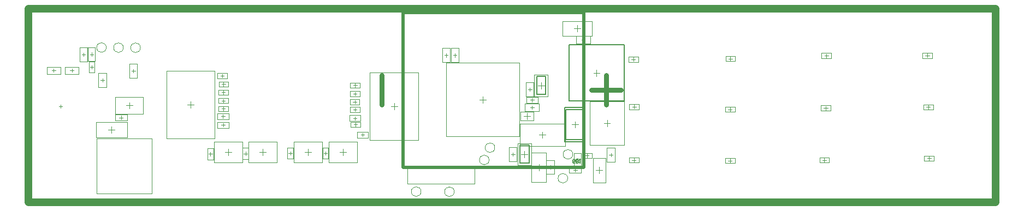
<source format=gbo>
G04*
G04 #@! TF.GenerationSoftware,Altium Limited,CircuitMaker,2.3.0 (2.3.0.3)*
G04*
G04 Layer_Color=13813960*
%FSLAX24Y24*%
%MOIN*%
G70*
G04*
G04 #@! TF.SameCoordinates,DC51E294-6E65-4D61-95AE-3FB6185F5068*
G04*
G04*
G04 #@! TF.FilePolarity,Positive*
G04*
G01*
G75*
%ADD11C,0.0039*%
%ADD13C,0.0100*%
%ADD14C,0.0050*%
%ADD15C,0.0079*%
%ADD16C,0.0059*%
%ADD18C,0.0472*%
%ADD19C,0.0020*%
%ADD99C,0.0200*%
%ADD100C,0.0300*%
D11*
X4197Y3888D02*
X7544D01*
Y542D02*
Y3888D01*
X4197Y542D02*
X7544D01*
X4197D02*
Y3888D01*
X26015Y640D02*
G03*
X26015Y640I-295J0D01*
G01*
X33251Y2925D02*
G03*
X33251Y2925I-295J0D01*
G01*
X5818Y9449D02*
G03*
X5818Y9449I-295J0D01*
G01*
X6859Y9444D02*
G03*
X6859Y9444I-295J0D01*
G01*
X4780Y9454D02*
G03*
X4780Y9454I-295J0D01*
G01*
X28144Y2582D02*
G03*
X28144Y2582I-295J0D01*
G01*
X28494Y3332D02*
G03*
X28494Y3332I-295J0D01*
G01*
X32941Y1465D02*
G03*
X32941Y1465I-295J0D01*
G01*
X23988Y649D02*
G03*
X23988Y649I-295J0D01*
G01*
X4542Y7346D02*
Y7563D01*
X4434Y7455D02*
X4651D01*
X35147Y4818D02*
X35541D01*
X35344Y4621D02*
Y5015D01*
X19835Y6135D02*
X20051D01*
X19943Y6027D02*
Y6243D01*
X5983Y5913D02*
X6377D01*
X6180Y5717D02*
Y6110D01*
X14134Y3066D02*
X14528D01*
X14331Y2869D02*
Y3263D01*
X23154Y1127D02*
X27249D01*
Y2229D01*
X23154D02*
X27249D01*
X23154Y1127D02*
Y2229D01*
X27562Y6272D02*
X27956D01*
X27759Y6075D02*
Y6469D01*
X1573Y7947D02*
Y8163D01*
X1465Y8055D02*
X1681D01*
X2676Y7947D02*
Y8163D01*
X2567Y8055D02*
X2784D01*
X19965Y5027D02*
Y5243D01*
X19857Y5135D02*
X20074D01*
X20426Y4012D02*
Y4228D01*
X20317Y4120D02*
X20534D01*
X18047Y2987D02*
X18264D01*
X18155Y2879D02*
Y3095D01*
X15908Y3001D02*
X16125D01*
X16017Y2893D02*
Y3109D01*
X13173Y2978D02*
X13390D01*
X13281Y2870D02*
Y3087D01*
X11029Y2946D02*
X11246D01*
X11138Y2838D02*
Y3054D01*
X19218Y2866D02*
Y3260D01*
X19021Y3063D02*
X19414D01*
X17093Y2863D02*
Y3257D01*
X16897Y3060D02*
X17290D01*
X12228Y2865D02*
Y3259D01*
X12032Y3062D02*
X12425D01*
X11904Y5137D02*
Y5353D01*
X11796Y5245D02*
X12012D01*
X11909Y4612D02*
Y4829D01*
X11801Y4720D02*
X12017D01*
X22351Y5661D02*
Y6055D01*
X22154Y5858D02*
X22548D01*
X20874Y7925D02*
X23827D01*
X20874Y3791D02*
X23827D01*
X20874D02*
Y7925D01*
X23827Y3791D02*
Y7925D01*
X9922Y5775D02*
Y6169D01*
X9725Y5972D02*
X10119D01*
X8445Y3905D02*
X11398D01*
X8445Y8039D02*
X11398D01*
Y3905D02*
Y8039D01*
X8445Y3905D02*
Y8039D01*
X29492Y2925D02*
X29709D01*
X29600Y2816D02*
Y3033D01*
X30300Y2738D02*
Y3131D01*
X30104Y2935D02*
X30497D01*
X31876Y2037D02*
Y2253D01*
X31767Y2145D02*
X31984D01*
X30979Y2125D02*
X31373D01*
X31176Y1928D02*
Y2322D01*
X33278Y1975D02*
X33514D01*
X33396Y1857D02*
Y2093D01*
X36983Y2452D02*
Y2688D01*
X36865Y2570D02*
X37101D01*
X33546Y2487D02*
Y2703D01*
X33437Y2595D02*
X33654D01*
X34007Y2845D02*
X34224D01*
X34116Y2737D02*
Y2953D01*
X34870Y1754D02*
Y2148D01*
X34673Y1951D02*
X35067D01*
X35576Y2786D02*
Y3002D01*
X35467Y2894D02*
X35684D01*
X33189Y4745D02*
X33583D01*
X33386Y4548D02*
Y4942D01*
X33536Y10418D02*
Y10812D01*
X33339Y10615D02*
X33733D01*
X37001Y5712D02*
Y5948D01*
X36883Y5830D02*
X37119D01*
X36956Y8617D02*
Y8853D01*
X36838Y8735D02*
X37074D01*
X42871Y8652D02*
Y8888D01*
X42753Y8770D02*
X42989D01*
X42849Y2426D02*
Y2662D01*
X42731Y2544D02*
X42967D01*
X42735Y5675D02*
X42972D01*
X42853Y5557D02*
Y5793D01*
X48690Y5642D02*
Y5878D01*
X48572Y5760D02*
X48809D01*
X48728Y8837D02*
Y9073D01*
X48610Y8955D02*
X48846D01*
X48606Y2457D02*
Y2693D01*
X48488Y2575D02*
X48724D01*
X54878Y2685D02*
X55114D01*
X54996Y2567D02*
Y2803D01*
X54835Y5815D02*
X55072D01*
X54953Y5697D02*
Y5933D01*
X54893Y8847D02*
Y9083D01*
X54775Y8965D02*
X55012D01*
X33791Y9923D02*
X34007D01*
X33899Y9815D02*
Y10032D01*
X34509Y7905D02*
X34903D01*
X34706Y7708D02*
Y8102D01*
X26066Y8877D02*
Y9093D01*
X25957Y8985D02*
X26174D01*
X11823Y6713D02*
X12040D01*
X11932Y6605D02*
Y6822D01*
X11832Y7213D02*
X12049D01*
X11940Y7105D02*
Y7322D01*
X11810Y5715D02*
X12026D01*
X11918Y5607D02*
Y5823D01*
X11812Y6203D02*
X12029D01*
X11921Y6094D02*
Y6311D01*
X11748Y7734D02*
X11964D01*
X11856Y7625D02*
Y7842D01*
X30259Y5252D02*
X30653D01*
X30456Y5055D02*
Y5448D01*
X19847Y6625D02*
X20063D01*
X19955Y6517D02*
Y6733D01*
X19845Y5665D02*
X20062D01*
X19953Y5557D02*
Y5773D01*
X5570Y5175D02*
X5806D01*
X5688Y5057D02*
Y5293D01*
X3886Y8930D02*
Y9146D01*
X3777Y9038D02*
X3994D01*
X30769Y6144D02*
Y6361D01*
X30661Y6252D02*
X30877D01*
X3778Y8265D02*
X3994D01*
X3886Y8157D02*
Y8373D01*
X19859Y7149D02*
X20076D01*
X19968Y7040D02*
Y7257D01*
X30531Y6902D02*
X30747D01*
X30639Y6794D02*
Y7011D01*
X6326Y8027D02*
X6542D01*
X6434Y7918D02*
Y8135D01*
X3396Y8927D02*
Y9143D01*
X3287Y9035D02*
X3504D01*
X31319Y6941D02*
Y7335D01*
X31122Y7138D02*
X31516D01*
X19877Y4750D02*
X20094D01*
X19985Y4642D02*
Y4858D01*
X25417Y8986D02*
X25634D01*
X25526Y8878D02*
Y9094D01*
X30768Y5694D02*
Y5911D01*
X30660Y5802D02*
X30876D01*
X5100Y4228D02*
Y4622D01*
X4904Y4425D02*
X5297D01*
D13*
X22887Y11584D02*
X33911D01*
Y2135D02*
Y11584D01*
X22887Y2135D02*
X33911D01*
X22887D02*
Y11584D01*
D14*
X33386Y2441D02*
X33352Y2406D01*
X33283D01*
X33248Y2441D01*
Y2578D01*
X33283Y2612D01*
X33352D01*
X33386Y2578D01*
Y2509D01*
X33317D01*
X33455Y2406D02*
Y2612D01*
X33558D01*
X33592Y2578D01*
Y2544D01*
X33558Y2509D01*
X33455D01*
X33558D01*
X33592Y2475D01*
Y2441D01*
X33558Y2406D01*
X33455D01*
X33661Y2612D02*
X33730D01*
X33695D01*
Y2406D01*
X33661Y2441D01*
X33033Y6192D02*
X36379D01*
X33033Y9618D02*
X36379D01*
X33033Y6192D02*
Y9618D01*
X36379Y6192D02*
Y9618D01*
D15*
X32772Y3695D02*
X34000D01*
Y5795D01*
X32772D02*
X34000D01*
X32772Y3695D02*
Y5795D01*
D16*
X30576Y2385D02*
Y3485D01*
X30025Y2385D02*
X30576D01*
X30025D02*
Y3485D01*
X30576D01*
X31044Y6588D02*
Y7688D01*
X31595D01*
Y6588D02*
Y7688D01*
X31044Y6588D02*
X31595D01*
X32811Y3839D02*
X33961D01*
Y5650D01*
X32811D02*
X33961D01*
X32811Y3839D02*
Y5650D01*
D18*
X16Y5D02*
Y11825D01*
X59066D01*
Y5D02*
Y11825D01*
X16Y5D02*
X59066D01*
D19*
X4306Y7022D02*
X4779D01*
X4306Y7888D02*
X4779D01*
X4306Y7022D02*
Y7888D01*
X4779Y7022D02*
Y7888D01*
X36388Y3480D02*
Y6157D01*
X34301Y3480D02*
Y6157D01*
X36388D01*
X34301Y3480D02*
X36388D01*
X19648Y5977D02*
Y6292D01*
X20238Y5977D02*
Y6292D01*
X19648D02*
X20238D01*
X19648Y5977D02*
X20238D01*
X5334Y5402D02*
Y6425D01*
X7027Y5402D02*
Y6425D01*
X5334D02*
X7027D01*
X5334Y5402D02*
X7027D01*
X13465Y2436D02*
Y3696D01*
X15197Y2436D02*
Y3696D01*
X13465D02*
X15197D01*
X13465Y2436D02*
X15197D01*
X30003Y4028D02*
Y8516D01*
X25515Y4028D02*
Y8516D01*
Y4028D02*
X30003D01*
X25515Y8516D02*
X30003D01*
X1160Y7838D02*
X1987D01*
X1160Y8271D02*
X1987D01*
Y7838D02*
Y8271D01*
X1160Y7838D02*
Y8271D01*
X2262Y8271D02*
X3089D01*
X2262Y7838D02*
X3089D01*
X2262D02*
Y8271D01*
X3089Y7838D02*
Y8271D01*
X19623Y4958D02*
X20307D01*
X19623Y5312D02*
X20307D01*
Y4958D02*
Y5312D01*
X19623Y4958D02*
Y5312D01*
X20084Y3943D02*
X20768D01*
X20084Y4297D02*
X20768D01*
Y3943D02*
Y4297D01*
X20084Y3943D02*
Y4297D01*
X18333Y2645D02*
Y3329D01*
X17978Y2645D02*
Y3329D01*
X18333D01*
X17978Y2645D02*
X18333D01*
X16194Y2659D02*
Y3343D01*
X15840Y2659D02*
Y3343D01*
X16194D01*
X15840Y2659D02*
X16194D01*
X13459Y2637D02*
Y3320D01*
X13104Y2637D02*
Y3320D01*
X13459D01*
X13104Y2637D02*
X13459D01*
X11315Y2604D02*
Y3288D01*
X10961Y2604D02*
Y3288D01*
X11315D01*
X10961Y2604D02*
X11315D01*
X18351Y2433D02*
X20084D01*
X18351Y3693D02*
X20084D01*
Y2433D02*
Y3693D01*
X18351Y2433D02*
Y3693D01*
X16227Y2430D02*
X17960D01*
X16227Y3690D02*
X17960D01*
Y2430D02*
Y3690D01*
X16227Y2430D02*
Y3690D01*
X11362Y2432D02*
X13094D01*
X11362Y3692D02*
X13094D01*
Y2432D02*
Y3692D01*
X11362Y2432D02*
Y3692D01*
X11562Y5422D02*
X12246D01*
X11562Y5068D02*
X12246D01*
X11562D02*
Y5422D01*
X12246Y5068D02*
Y5422D01*
X11567Y4897D02*
X12251D01*
X11567Y4543D02*
X12251D01*
X11567D02*
Y4897D01*
X12251Y4543D02*
Y4897D01*
X31201Y4113D02*
X31595D01*
X31398Y3916D02*
Y4310D01*
X32776Y3444D02*
Y4782D01*
X30020D02*
X32776D01*
X30020Y3444D02*
Y4782D01*
Y3444D02*
X32776D01*
X29364Y2492D02*
Y3358D01*
X29837Y2492D02*
Y3358D01*
X29364Y2492D02*
X29837D01*
X29364Y3358D02*
X29837D01*
X29887Y3604D02*
X30714D01*
X29887Y2265D02*
X30714D01*
Y3604D01*
X29887Y2265D02*
Y3604D01*
X31640Y2578D02*
X32112D01*
X31640Y1712D02*
X32112D01*
Y2578D01*
X31640Y1712D02*
Y2578D01*
X30723Y1219D02*
Y3030D01*
X31628Y1219D02*
Y3030D01*
X30723Y1219D02*
X31628D01*
X30723Y3030D02*
X31628D01*
X33750Y1798D02*
Y2152D01*
X33041Y1798D02*
Y2152D01*
Y1798D02*
X33750D01*
X33041Y2152D02*
X33750D01*
X36688Y2412D02*
X37279D01*
X36688Y2727D02*
X37279D01*
Y2412D02*
Y2727D01*
X36688Y2412D02*
Y2727D01*
X33329Y2182D02*
X33762D01*
X33329Y3008D02*
X33762D01*
X33329Y2182D02*
Y3008D01*
X33762Y2182D02*
Y3008D01*
X33820Y2687D02*
Y3002D01*
X34411Y2687D02*
Y3002D01*
X33820D02*
X34411D01*
X33820Y2687D02*
X34411D01*
X34496Y1203D02*
X35244D01*
X34496Y2699D02*
X35244D01*
X34496Y1203D02*
Y2699D01*
X35244Y1203D02*
Y2699D01*
X35340Y2461D02*
X35812D01*
X35340Y3327D02*
X35812D01*
X35340Y2461D02*
Y3327D01*
X35812Y2461D02*
Y3327D01*
X32630Y11068D02*
X34441D01*
X32630Y10162D02*
X34441D01*
X32630D02*
Y11068D01*
X34441Y10162D02*
Y11068D01*
X36706Y5672D02*
X37296D01*
X36706Y5987D02*
X37296D01*
Y5672D02*
Y5987D01*
X36706Y5672D02*
Y5987D01*
X36660Y8577D02*
X37251D01*
X36660Y8892D02*
X37251D01*
Y8577D02*
Y8892D01*
X36660Y8577D02*
Y8892D01*
X42576Y8612D02*
X43166D01*
X42576Y8927D02*
X43166D01*
Y8612D02*
Y8927D01*
X42576Y8612D02*
Y8927D01*
X42553Y2387D02*
X43144D01*
X42553Y2702D02*
X43144D01*
Y2387D02*
Y2702D01*
X42553Y2387D02*
Y2702D01*
X42558Y5517D02*
Y5832D01*
X43149Y5517D02*
Y5832D01*
X42558D02*
X43149D01*
X42558Y5517D02*
X43149D01*
X48395Y5602D02*
X48986D01*
X48395Y5917D02*
X48986D01*
Y5602D02*
Y5917D01*
X48395Y5602D02*
Y5917D01*
X48433Y8797D02*
X49023D01*
X48433Y9112D02*
X49023D01*
Y8797D02*
Y9112D01*
X48433Y8797D02*
Y9112D01*
X48310Y2417D02*
X48901D01*
X48310Y2732D02*
X48901D01*
Y2417D02*
Y2732D01*
X48310Y2417D02*
Y2732D01*
X54700Y2527D02*
Y2842D01*
X55291Y2527D02*
Y2842D01*
X54700D02*
X55291D01*
X54700Y2527D02*
X55291D01*
X54658Y5657D02*
Y5972D01*
X55249Y5657D02*
Y5972D01*
X54658D02*
X55249D01*
X54658Y5657D02*
X55249D01*
X54598Y8807D02*
X55189D01*
X54598Y9122D02*
X55189D01*
Y8807D02*
Y9122D01*
X54598Y8807D02*
Y9122D01*
X34332Y9687D02*
Y10160D01*
X33466Y9687D02*
Y10160D01*
Y9687D02*
X34332D01*
X33466Y10160D02*
X34332D01*
X25830Y9418D02*
X26302D01*
X25830Y8552D02*
X26302D01*
Y9418D01*
X25830Y8552D02*
Y9418D01*
X12227Y6556D02*
Y6871D01*
X11636Y6556D02*
Y6871D01*
Y6556D02*
X12227D01*
X11636Y6871D02*
X12227D01*
X12236Y7056D02*
Y7371D01*
X11645Y7056D02*
Y7371D01*
Y7056D02*
X12236D01*
X11645Y7371D02*
X12236D01*
X12213Y5557D02*
Y5872D01*
X11623Y5557D02*
Y5872D01*
Y5557D02*
X12213D01*
X11623Y5872D02*
X12213D01*
X12216Y6045D02*
Y6360D01*
X11625Y6045D02*
Y6360D01*
Y6045D02*
X12216D01*
X11625Y6360D02*
X12216D01*
X12151Y7576D02*
Y7891D01*
X11561Y7576D02*
Y7891D01*
Y7576D02*
X12151D01*
X11561Y7891D02*
X12151D01*
X30860Y4986D02*
Y5517D01*
X30052Y4986D02*
Y5517D01*
Y4986D02*
X30860D01*
X30052Y5517D02*
X30860D01*
X19660Y6467D02*
Y6782D01*
X20250Y6467D02*
Y6782D01*
X19660D02*
X20250D01*
X19660Y6467D02*
X20250D01*
X19658Y5507D02*
Y5822D01*
X20249Y5507D02*
Y5822D01*
X19658D02*
X20249D01*
X19658Y5507D02*
X20249D01*
X6042Y4998D02*
Y5352D01*
X5333Y4998D02*
Y5352D01*
Y4998D02*
X6042D01*
X5333Y5352D02*
X6042D01*
X3669Y8625D02*
X4102D01*
X3669Y9451D02*
X4102D01*
X3669Y8625D02*
Y9451D01*
X4102Y8625D02*
Y9451D01*
X30427Y6429D02*
X31111D01*
X30427Y6075D02*
X31111D01*
X30427D02*
Y6429D01*
X31111Y6075D02*
Y6429D01*
X3709Y7923D02*
Y8607D01*
X4063Y7923D02*
Y8607D01*
X3709Y7923D02*
X4063D01*
X3709Y8607D02*
X4063D01*
X19672Y6991D02*
Y7306D01*
X20263Y6991D02*
Y7306D01*
X19672D02*
X20263D01*
X19672Y6991D02*
X20263D01*
X30875Y6469D02*
Y7335D01*
X30403Y6469D02*
Y7335D01*
X30875D01*
X30403Y6469D02*
X30875D01*
X6670Y7594D02*
Y8460D01*
X6198Y7594D02*
Y8460D01*
X6670D01*
X6198Y7594D02*
X6670D01*
X3160Y8602D02*
X3632D01*
X3160Y9468D02*
X3632D01*
X3160Y8602D02*
Y9468D01*
X3632Y8602D02*
Y9468D01*
X30906Y6469D02*
X31733D01*
X30906Y7807D02*
X31733D01*
X30906Y6469D02*
Y7807D01*
X31733Y6469D02*
Y7807D01*
X19690Y4593D02*
Y4907D01*
X20281Y4593D02*
Y4907D01*
X19690D02*
X20281D01*
X19690Y4593D02*
X20281D01*
X25762Y8553D02*
Y9419D01*
X25290Y8553D02*
Y9419D01*
X25762D01*
X25290Y8553D02*
X25762D01*
X30335Y5566D02*
X31201D01*
X30335Y6039D02*
X31201D01*
Y5566D02*
Y6039D01*
X30335Y5566D02*
Y6039D01*
X4156Y3952D02*
X6045D01*
X4156Y4897D02*
X6045D01*
Y3952D02*
Y4897D01*
X4156Y3952D02*
Y4897D01*
X1902Y5868D02*
X2099D01*
X2001Y5769D02*
Y5966D01*
D99*
X22887Y11584D02*
X33911D01*
X22887Y2135D02*
X33911D01*
Y11584D01*
X22887Y2135D02*
Y11584D01*
D100*
X21599Y5959D02*
Y7759D01*
X35299Y5959D02*
Y7759D01*
X34399Y6859D02*
X36199D01*
M02*

</source>
